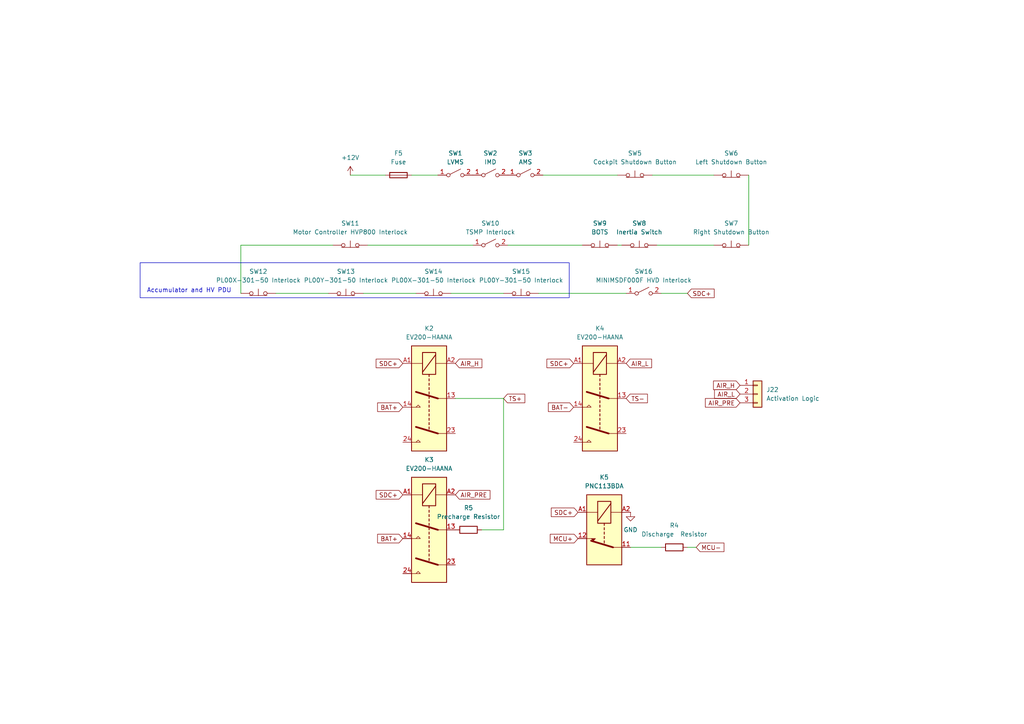
<source format=kicad_sch>
(kicad_sch (version 20250114) (generator "eeschema") (generator_version "9.0")
  (paper "A4")
  (lib_symbols
    (symbol "Connector_Generic:Conn_01x03" (pin_names (offset 1.016) (hide yes))
      (property "Reference" "J" (at 0 5.08 0))
      (property "Value" "Conn_01x03" (at 0 -5.08 0))
      (symbol "Conn_01x03_1_1"
        (rectangle (start -1.27 3.81) (end 1.27 -3.81) (stroke (width 0.254)) (fill (type background)))
        (rectangle (start -1.27 2.667) (end 0 2.413) (stroke (width 0.1524)))
        (rectangle (start -1.27 0.127) (end 0 -0.127) (stroke (width 0.1524)))
        (rectangle (start -1.27 -2.413) (end 0 -2.667) (stroke (width 0.1524)))
        (pin passive line (at -5.08 2.54 0) (length 3.81) (name "Pin_1") (number "1"))
        (pin passive line (at -5.08 0 0) (length 3.81) (name "Pin_2") (number "2"))
        (pin passive line (at -5.08 -2.54 0) (length 3.81) (name "Pin_3") (number "3"))
      )
    )
    (symbol "Device:Fuse" (pin_numbers (hide yes)) (pin_names (offset 0))
      (property "Reference" "F" (at 2.032 0 90))
      (property "Value" "Fuse" (at -1.905 0 90))
      (symbol "Fuse_0_1"
        (rectangle (start -0.762 -2.54) (end 0.762 2.54) (stroke (width 0.254)))
        (polyline (pts (xy 0 2.54) (xy 0 -2.54)))
      )
      (symbol "Fuse_1_1"
        (pin passive line (at 0 3.81 270) (length 1.27) (name "~") (number "1"))
        (pin passive line (at 0 -3.81 90) (length 1.27) (name "~") (number "2"))
      )
    )
    (symbol "Device:R" (pin_numbers (hide yes)) (pin_names (offset 0))
      (property "Reference" "R" (at 2.032 0 90))
      (property "Value" "R" (at 0 0 90))
      (symbol "R_0_1"
        (rectangle (start -1.016 -2.54) (end 1.016 2.54) (stroke (width 0.254)))
      )
      (symbol "R_1_1"
        (pin passive line (at 0 3.81 270) (length 1.27) (name "~") (number "1"))
        (pin passive line (at 0 -3.81 90) (length 1.27) (name "~") (number "2"))
      )
    )
    (symbol "Relay:G2RL-2A"
      (property "Reference" "K" (at 16.51 3.81 0))
      (property "Value" "G2RL-2A" (at 16.51 1.27 0))
      (symbol "G2RL-2A_0_1"
        (rectangle (start -15.24 5.08) (end 15.24 -5.08) (stroke (width 0.254)) (fill (type background)))
        (rectangle (start -13.335 1.905) (end -6.985 -1.905) (stroke (width 0.254)))
        (polyline (pts (xy -12.7 -1.905) (xy -7.62 1.905)) (stroke (width 0.254)))
        (polyline (pts (xy -10.16 5.08) (xy -10.16 1.905)))
        (polyline (pts (xy -10.16 -5.08) (xy -10.16 -1.905)))
        (polyline (pts (xy -6.985 0) (xy -6.35 0)) (stroke (width 0.254)))
        (polyline (pts (xy -5.715 0) (xy -5.08 0)) (stroke (width 0.254)))
        (polyline (pts (xy -4.445 0) (xy -3.81 0)) (stroke (width 0.254)))
        (polyline (pts (xy -3.175 0) (xy -2.54 0)) (stroke (width 0.254)))
        (polyline (pts (xy -1.905 0) (xy -1.27 0)) (stroke (width 0.254)))
        (polyline (pts (xy -0.635 0) (xy 0 0)) (stroke (width 0.254)))
        (polyline (pts (xy 0 -2.54) (xy -1.905 3.81)) (stroke (width 0.508)))
        (polyline (pts (xy 0 -2.54) (xy 0 -5.08)))
        (polyline (pts (xy 0.635 0) (xy 1.27 0)) (stroke (width 0.254)))
        (polyline (pts (xy 1.905 0) (xy 2.54 0)) (stroke (width 0.254)))
        (polyline (pts (xy 2.54 5.08) (xy 2.54 2.54) (xy 1.905 3.175) (xy 2.54 3.81)))
        (polyline (pts (xy 3.175 0) (xy 3.81 0)) (stroke (width 0.254)))
        (polyline (pts (xy 4.445 0) (xy 5.08 0)) (stroke (width 0.254)))
        (polyline (pts (xy 5.715 0) (xy 6.35 0)) (stroke (width 0.254)))
        (polyline (pts (xy 6.985 0) (xy 7.62 0)) (stroke (width 0.254)))
        (polyline (pts (xy 8.255 0) (xy 8.89 0)) (stroke (width 0.254)))
        (polyline (pts (xy 10.16 -2.54) (xy 8.255 3.81)) (stroke (width 0.508)))
        (polyline (pts (xy 10.16 -2.54) (xy 10.16 -5.08)))
        (polyline (pts (xy 12.7 5.08) (xy 12.7 2.54) (xy 12.065 3.175) (xy 12.7 3.81)))
      )
      (symbol "G2RL-2A_1_1"
        (pin passive line (at -10.16 7.62 270) (length 2.54) (name "~") (number "A1"))
        (pin passive line (at -10.16 -7.62 90) (length 2.54) (name "~") (number "A2"))
        (pin passive line (at 0 -7.62 90) (length 2.54) (name "~") (number "13"))
        (pin passive line (at 2.54 7.62 270) (length 2.54) (name "~") (number "14"))
        (pin passive line (at 10.16 -7.62 90) (length 2.54) (name "~") (number "23"))
        (pin passive line (at 12.7 7.62 270) (length 2.54) (name "~") (number "24"))
      )
    )
    (symbol "Relay:Relay_SPST-NC"
      (property "Reference" "K" (at 11.43 3.81 0))
      (property "Value" "Relay_SPST-NC" (at 11.43 1.27 0))
      (symbol "Relay_SPST-NC_0_1"
        (rectangle (start -8.255 1.905) (end -1.905 -1.905) (stroke (width 0.254)))
        (polyline (pts (xy -7.62 -1.905) (xy -2.54 1.905)) (stroke (width 0.254)))
        (polyline (pts (xy -5.08 5.08) (xy -5.08 1.905)))
        (polyline (pts (xy -5.08 -5.08) (xy -5.08 -1.905)))
        (polyline (pts (xy -1.905 0) (xy -1.27 0)) (stroke (width 0.254)))
        (polyline (pts (xy -0.635 0) (xy 0 0)) (stroke (width 0.254)))
        (polyline (pts (xy 0.635 0) (xy 1.27 0)) (stroke (width 0.254)))
        (polyline (pts (xy 1.905 0) (xy 2.54 0)) (stroke (width 0.254)))
        (polyline (pts (xy 2.54 5.08) (xy 2.54 2.54) (xy 3.175 3.175) (xy 2.54 3.81)) (fill (type outline)))
        (polyline (pts (xy 3.175 0) (xy 3.81 0)) (stroke (width 0.254)))
        (polyline (pts (xy 5.08 -2.54) (xy 3.175 3.81)) (stroke (width 0.508)))
        (polyline (pts (xy 5.08 -2.54) (xy 5.08 -5.08)))
      )
      (symbol "Relay_SPST-NC_1_1"
        (rectangle (start -10.16 5.08) (end 10.16 -5.08) (stroke (width 0.254)) (fill (type background)))
        (pin passive line (at -5.08 7.62 270) (length 2.54) (name "~") (number "A1"))
        (pin passive line (at -5.08 -7.62 90) (length 2.54) (name "~") (number "A2"))
        (pin passive line (at 2.54 7.62 270) (length 2.54) (name "~") (number "12"))
        (pin passive line (at 5.08 -7.62 90) (length 2.54) (name "~") (number "11"))
      )
    )
    (symbol "Switch:SW_Push_Open" (pin_numbers (hide yes)) (pin_names (offset 1.016) (hide yes))
      (property "Reference" "SW" (at 0 2.54 0))
      (property "Value" "SW_Push_Open" (at 0 -1.905 0))
      (symbol "SW_Push_Open_0_1"
        (polyline (pts (xy -2.54 -0.635) (xy 2.54 -0.635)))
        (circle (center -2.032 0) (radius 0.508))
        (polyline (pts (xy 0 -0.635) (xy 0 1.27)))
        (circle (center 2.032 0) (radius 0.508))
        (pin passive line (at -5.08 0 0) (length 2.54) (name "A") (number "1"))
      )
      (symbol "SW_Push_Open_1_1"
        (pin passive line (at 5.08 0 180) (length 2.54) (name "B") (number "2"))
      )
    )
    (symbol "Switch:SW_SPST" (pin_names (offset 0) (hide yes))
      (property "Reference" "SW" (at 0 3.175 0))
      (property "Value" "SW_SPST" (at 0 -2.54 0))
      (symbol "SW_SPST_0_0"
        (circle (center -2.032 0) (radius 0.508))
        (polyline (pts (xy -1.524 0.254) (xy 1.524 1.778)))
        (circle (center 2.032 0) (radius 0.508))
      )
      (symbol "SW_SPST_1_1"
        (pin passive line (at -5.08 0 0) (length 2.54) (name "A") (number "1"))
        (pin passive line (at 5.08 0 180) (length 2.54) (name "B") (number "2"))
      )
    )
    (symbol "power:+12V" (power) (pin_numbers (hide yes)) (pin_names (offset 0) (hide yes))
      (property "Value" "+12V" (at 0 3.556 0))
      (symbol "+12V_0_1"
        (polyline (pts (xy -0.762 1.27) (xy 0 2.54)))
        (polyline (pts (xy 0 2.54) (xy 0.762 1.27)))
        (polyline (pts (xy 0 0) (xy 0 2.54)))
      )
      (symbol "+12V_1_1"
        (pin power_in line (at 0 0 90) (length 0) (name "~") (number "1"))
      )
    )
    (symbol "power:GND" (power) (pin_numbers (hide yes)) (pin_names (offset 0) (hide yes))
      (property "Value" "GND" (at 0 -3.81 0))
      (symbol "GND_0_1"
        (polyline (pts (xy 0 0) (xy 0 -1.27) (xy 1.27 -1.27) (xy 0 -2.54) (xy -1.27 -1.27) (xy 0 -1.27)))
      )
      (symbol "GND_1_1"
        (pin power_in line (at 0 0 270) (length 0) (name "~") (number "1"))
      )
    )
  )
  (rectangle (start 40.64 76.2) (end 165.1 86.36))
  (text "Accumulator and HV PDU" (at 54.864 84.328 0) (effects (font (size 1.27 1.27))))
  (wire (pts (xy 139.7 153.67) (xy 146.05 153.67)))
  (wire (pts (xy 199.39 85.09) (xy 191.77 85.09)))
  (wire (pts (xy 179.07 71.12) (xy 180.34 71.12)))
  (wire (pts (xy 190.5 71.12) (xy 207.01 71.12)))
  (wire (pts (xy 147.32 71.12) (xy 168.91 71.12)))
  (wire (pts (xy 101.6 50.8) (xy 111.76 50.8)))
  (wire (pts (xy 80.01 85.09) (xy 95.25 85.09)))
  (wire (pts (xy 179.07 50.8) (xy 157.48 50.8)))
  (wire (pts (xy 207.01 50.8) (xy 189.23 50.8)))
  (wire (pts (xy 127 50.8) (xy 119.38 50.8)))
  (wire (pts (xy 191.77 158.75) (xy 182.88 158.75)))
  (wire (pts (xy 181.61 85.09) (xy 156.21 85.09)))
  (wire (pts (xy 69.85 71.12) (xy 96.52 71.12)))
  (wire (pts (xy 120.65 85.09) (xy 105.41 85.09)))
  (wire (pts (xy 201.93 158.75) (xy 199.39 158.75)))
  (wire (pts (xy 146.05 115.57) (xy 132.08 115.57)))
  (wire (pts (xy 217.17 71.12) (xy 217.17 50.8)))
  (wire (pts (xy 69.85 71.12) (xy 69.85 85.09)))
  (wire (pts (xy 106.68 71.12) (xy 137.16 71.12)))
  (wire (pts (xy 146.05 85.09) (xy 130.81 85.09)))
  (wire (pts (xy 146.05 153.67) (xy 146.05 115.57)))
  (global_label "SDC+" (shape input) (at 199.39 85.09 0) (property "Intersheetrefs" "${INTERSHEET_REFS}" (effects (hide yes))))
  (global_label "TS+" (shape input) (at 146.05 115.57 0) (property "Intersheetrefs" "${INTERSHEET_REFS}" (effects (hide yes))))
  (global_label "TS-" (shape input) (at 181.61 115.57 0) (property "Intersheetrefs" "${INTERSHEET_REFS}" (effects (hide yes))))
  (global_label "SDC+" (shape input) (at 167.64 148.59 180) (property "Intersheetrefs" "${INTERSHEET_REFS}" (effects (hide yes))))
  (global_label "AIR_H" (shape input) (at 214.63 111.76 180) (property "Intersheetrefs" "${INTERSHEET_REFS}" (effects (hide yes))))
  (global_label "SDC+" (shape input) (at 166.37 105.41 180) (property "Intersheetrefs" "${INTERSHEET_REFS}" (effects (hide yes))))
  (global_label "AIR_PRE" (shape input) (at 132.08 143.51 0) (property "Intersheetrefs" "${INTERSHEET_REFS}" (effects (hide yes))))
  (global_label "SDC+" (shape input) (at 116.84 143.51 180) (property "Intersheetrefs" "${INTERSHEET_REFS}" (effects (hide yes))))
  (global_label "AIR_L" (shape input) (at 181.61 105.41 0) (property "Intersheetrefs" "${INTERSHEET_REFS}" (effects (hide yes))))
  (global_label "BAT+" (shape input) (at 116.84 118.11 180) (property "Intersheetrefs" "${INTERSHEET_REFS}" (effects (hide yes))))
  (global_label "AIR_PRE" (shape input) (at 214.63 116.84 180) (property "Intersheetrefs" "${INTERSHEET_REFS}" (effects (hide yes))))
  (global_label "MCU-" (shape input) (at 201.93 158.75 0) (property "Intersheetrefs" "${INTERSHEET_REFS}" (effects (hide yes))))
  (global_label "BAT+" (shape input) (at 116.84 156.21 180) (property "Intersheetrefs" "${INTERSHEET_REFS}" (effects (hide yes))))
  (global_label "AIR_L" (shape input) (at 214.63 114.3 180) (property "Intersheetrefs" "${INTERSHEET_REFS}" (effects (hide yes))))
  (global_label "SDC+" (shape input) (at 116.84 105.41 180) (property "Intersheetrefs" "${INTERSHEET_REFS}" (effects (hide yes))))
  (global_label "AIR_H" (shape input) (at 132.08 105.41 0) (property "Intersheetrefs" "${INTERSHEET_REFS}" (effects (hide yes))))
  (global_label "BAT-" (shape input) (at 166.37 118.11 180) (property "Intersheetrefs" "${INTERSHEET_REFS}" (effects (hide yes))))
  (global_label "MCU+" (shape input) (at 167.64 156.21 180) (property "Intersheetrefs" "${INTERSHEET_REFS}" (effects (hide yes))))
  (symbol (lib_id "power:+12V") (at 101.6 50.8 0) (unit 1)
    (property "Reference" "#PWR030" (effects (hide yes)))
    (property "Value" "+12V" (at 101.6 45.72 0))
    (property "Description" "Power symbol creates a global label with name \"+12V\"" (effects (hide yes)))
  )
  (symbol (lib_id "Device:Fuse") (at 115.57 50.8 90) (unit 1)
    (property "Reference" "F5" (at 115.57 44.45 90))
    (property "Value" "Fuse" (at 115.57 46.99 90))
    (property "Description" "Fuse" (effects (hide yes)))
  )
  (symbol (lib_id "Switch:SW_SPST") (at 132.08 50.8 0) (unit 1)
    (property "Reference" "SW1" (at 132.08 44.45 0))
    (property "Value" "LVMS" (at 132.08 46.99 0))
    (property "Description" "Single Pole Single Throw (SPST) switch" (effects (hide yes)))
  )
  (symbol (lib_id "Switch:SW_Push_Open") (at 185.42 71.12 0) (unit 1)
    (property "Reference" "SW8" (at 185.42 64.77 0))
    (property "Value" "Inertia Switch" (at 185.42 67.31 0))
    (property "Description" "Push button switch, push-to-open, generic, two pins" (effects (hide yes)))
  )
  (symbol (lib_id "Switch:SW_SPST") (at 186.69 85.09 0) (unit 1)
    (property "Reference" "SW16" (at 186.69 78.74 0))
    (property "Value" "MINIMSDF000F HVD Interlock" (at 186.69 81.28 0))
    (property "Description" "Single Pole Single Throw (SPST) switch" (effects (hide yes)))
  )
  (symbol (lib_id "Switch:SW_SPST") (at 142.24 50.8 0) (unit 1)
    (property "Reference" "SW2" (at 142.24 44.45 0))
    (property "Value" "IMD" (at 142.24 46.99 0))
    (property "Description" "Single Pole Single Throw (SPST) switch" (effects (hide yes)))
  )
  (symbol (lib_id "Relay:Relay_SPST-NC") (at 175.26 153.67 90) (mirror x) (unit 1)
    (property "Reference" "K5" (at 175.26 138.43 90))
    (property "Value" "PNC113BDA" (at 175.26 140.97 90))
    (property "Description" "Relay SPST, normally closed, EN50005" (effects (hide yes)))
  )
  (symbol (lib_id "Relay:G2RL-2A") (at 124.46 115.57 90) (mirror x) (unit 1)
    (property "Reference" "K2" (at 124.46 95.25 90))
    (property "Value" "EV200-HAANA" (at 124.46 97.79 90))
    (property "Footprint" "Relay_THT:Relay_DPST_Omron_G2RL-2A" (effects (hide yes)))
    (property "Datasheet" "https://omronfs.omron.com/en_US/ecb/products/pdf/en-g2rl.pdf" (effects (hide yes)))
    (property "Description" "General Purpose Low Profile Relay DPST Through Hole, Omron G2RL series, Normally Open,  8A 250VAC" (effects (hide yes)))
  )
  (symbol (lib_id "Relay:G2RL-2A") (at 124.46 153.67 90) (mirror x) (unit 1)
    (property "Reference" "K3" (at 124.46 133.35 90))
    (property "Value" "EV200-HAANA" (at 124.46 135.89 90))
    (property "Footprint" "Relay_THT:Relay_DPST_Omron_G2RL-2A" (effects (hide yes)))
    (property "Datasheet" "https://omronfs.omron.com/en_US/ecb/products/pdf/en-g2rl.pdf" (effects (hide yes)))
    (property "Description" "General Purpose Low Profile Relay DPST Through Hole, Omron G2RL series, Normally Open,  8A 250VAC" (effects (hide yes)))
  )
  (symbol (lib_id "Switch:SW_Push_Open") (at 100.33 85.09 0) (unit 1)
    (property "Reference" "SW13" (at 100.33 78.74 0))
    (property "Value" "PL00Y-301-50 Interlock" (at 100.33 81.28 0))
    (property "Description" "Push button switch, push-to-open, generic, two pins" (effects (hide yes)))
  )
  (symbol (lib_id "Connector_Generic:Conn_01x03") (at 219.71 114.3 0) (unit 1)
    (property "Reference" "J22" (at 222.25 113.0299 0) (effects (justify left)))
    (property "Value" "Activation Logic" (at 222.25 115.5699 0) (effects (justify left)))
    (property "Description" "Generic connector, single row, 01x03, script generated (kicad-library-utils/schlib/autogen/connector/)" (effects (hide yes)))
  )
  (symbol (lib_id "Relay:G2RL-2A") (at 173.99 115.57 90) (mirror x) (unit 1)
    (property "Reference" "K4" (at 173.99 95.25 90))
    (property "Value" "EV200-HAANA" (at 173.99 97.79 90))
    (property "Footprint" "Relay_THT:Relay_DPST_Omron_G2RL-2A" (effects (hide yes)))
    (property "Datasheet" "https://omronfs.omron.com/en_US/ecb/products/pdf/en-g2rl.pdf" (effects (hide yes)))
    (property "Description" "General Purpose Low Profile Relay DPST Through Hole, Omron G2RL series, Normally Open,  8A 250VAC" (effects (hide yes)))
  )
  (symbol (lib_id "Switch:SW_Push_Open") (at 101.6 71.12 0) (unit 1)
    (property "Reference" "SW11" (at 101.6 64.77 0))
    (property "Value" "Motor Controller HVP800 Interlock" (at 101.6 67.31 0))
    (property "Description" "Push button switch, push-to-open, generic, two pins" (effects (hide yes)))
  )
  (symbol (lib_id "Switch:SW_Push_Open") (at 212.09 50.8 0) (unit 1)
    (property "Reference" "SW6" (at 212.09 44.45 0))
    (property "Value" "Left Shutdown Button" (at 212.09 46.99 0))
    (property "Description" "Push button switch, push-to-open, generic, two pins" (effects (hide yes)))
  )
  (symbol (lib_id "Switch:SW_Push_Open") (at 212.09 71.12 0) (unit 1)
    (property "Reference" "SW7" (at 212.09 64.77 0))
    (property "Value" "Right Shutdown Button" (at 212.09 67.31 0))
    (property "Description" "Push button switch, push-to-open, generic, two pins" (effects (hide yes)))
  )
  (symbol (lib_id "power:GND") (at 182.88 148.59 0) (unit 1)
    (property "Reference" "#PWR031" (effects (hide yes)))
    (property "Value" "GND" (at 182.88 153.67 0))
    (property "Description" "Power symbol creates a global label with name \"GND\" , ground" (effects (hide yes)))
  )
  (symbol (lib_id "Switch:SW_Push_Open") (at 125.73 85.09 0) (unit 1)
    (property "Reference" "SW14" (at 125.73 78.74 0))
    (property "Value" "PL00X-301-50 Interlock" (at 125.73 81.28 0))
    (property "Description" "Push button switch, push-to-open, generic, two pins" (effects (hide yes)))
  )
  (symbol (lib_id "Switch:SW_Push_Open") (at 151.13 85.09 0) (unit 1)
    (property "Reference" "SW15" (at 151.13 78.74 0))
    (property "Value" "PL00Y-301-50 Interlock" (at 151.13 81.28 0))
    (property "Description" "Push button switch, push-to-open, generic, two pins" (effects (hide yes)))
  )
  (symbol (lib_id "Switch:SW_SPST") (at 152.4 50.8 0) (unit 1)
    (property "Reference" "SW3" (at 152.4 44.45 0))
    (property "Value" "AMS" (at 152.4 46.99 0))
    (property "Description" "Single Pole Single Throw (SPST) switch" (effects (hide yes)))
  )
  (symbol (lib_id "Switch:SW_Push_Open") (at 184.15 50.8 0) (unit 1)
    (property "Reference" "SW5" (at 184.15 44.45 0))
    (property "Value" "Cockpit Shutdown Button" (at 184.15 46.99 0))
    (property "Description" "Push button switch, push-to-open, generic, two pins" (effects (hide yes)))
  )
  (symbol (lib_id "Switch:SW_Push_Open") (at 173.99 71.12 0) (unit 1)
    (property "Reference" "SW9" (at 173.99 64.77 0))
    (property "Value" "BOTS" (at 173.99 67.31 0))
    (property "Description" "Push button switch, push-to-open, generic, two pins" (effects (hide yes)))
  )
  (symbol (lib_id "Device:R") (at 135.89 153.67 90) (unit 1)
    (property "Reference" "R5" (at 135.89 147.32 90))
    (property "Value" "Precharge Resistor" (at 135.89 149.86 90))
    (property "Description" "Resistor" (effects (hide yes)))
  )
  (symbol (lib_id "Device:R") (at 195.58 158.75 90) (unit 1)
    (property "Reference" "R4" (at 195.58 152.4 90))
    (property "Value" "Discharge  Resistor" (at 195.58 154.94 90))
    (property "Description" "Resistor" (effects (hide yes)))
  )
  (symbol (lib_id "Switch:SW_Push_Open") (at 74.93 85.09 0) (unit 1)
    (property "Reference" "SW12" (at 74.93 78.74 0))
    (property "Value" "PL00X-301-50 Interlock" (at 74.93 81.28 0))
    (property "Description" "Push button switch, push-to-open, generic, two pins" (effects (hide yes)))
  )
  (symbol (lib_id "Switch:SW_SPST") (at 142.24 71.12 0) (unit 1)
    (property "Reference" "SW10" (at 142.24 64.77 0))
    (property "Value" "TSMP Interlock" (at 142.24 67.31 0))
    (property "Description" "Single Pole Single Throw (SPST) switch" (effects (hide yes)))
  )
)
</source>
